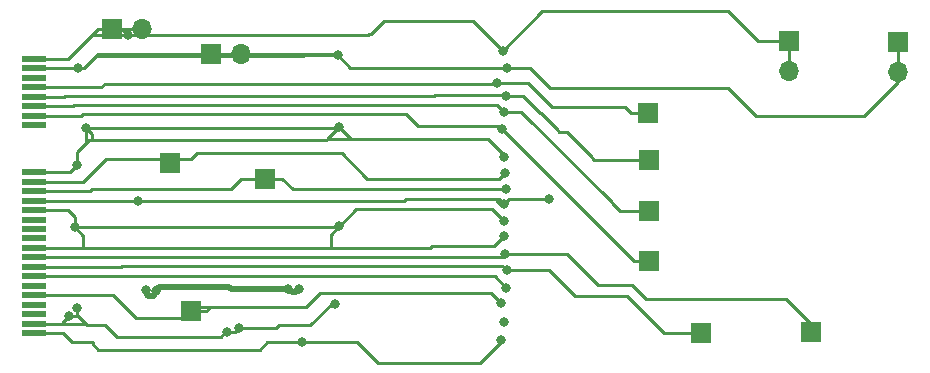
<source format=gbr>
%TF.GenerationSoftware,KiCad,Pcbnew,(6.0.2)*%
%TF.CreationDate,2022-07-28T16:32:46-07:00*%
%TF.ProjectId,mpcie1extv01,6d706369-6531-4657-9874-7630312e6b69,v01*%
%TF.SameCoordinates,Original*%
%TF.FileFunction,Copper,L2,Bot*%
%TF.FilePolarity,Positive*%
%FSLAX46Y46*%
G04 Gerber Fmt 4.6, Leading zero omitted, Abs format (unit mm)*
G04 Created by KiCad (PCBNEW (6.0.2)) date 2022-07-28 16:32:46*
%MOMM*%
%LPD*%
G01*
G04 APERTURE LIST*
%TA.AperFunction,SMDPad,CuDef*%
%ADD10R,2.000000X0.600000*%
%TD*%
%TA.AperFunction,ComponentPad*%
%ADD11O,1.700000X1.700000*%
%TD*%
%TA.AperFunction,ComponentPad*%
%ADD12R,1.700000X1.700000*%
%TD*%
%TA.AperFunction,ViaPad*%
%ADD13C,0.800000*%
%TD*%
%TA.AperFunction,Conductor*%
%ADD14C,0.250000*%
%TD*%
%TA.AperFunction,Conductor*%
%ADD15C,0.500000*%
%TD*%
G04 APERTURE END LIST*
D10*
%TO.P,U1,52,+3.3Vaux*%
%TO.N,/VCC_4G*%
X66535750Y-171900000D03*
%TO.P,U1,50,GND*%
%TO.N,GND*%
X66535750Y-171100000D03*
%TO.P,U1,48,+1.5V*%
%TO.N,unconnected-(U1-Pad48)*%
X66535750Y-170300000D03*
%TO.P,U1,46,~{LED_WPAN}*%
%TO.N,unconnected-(U1-Pad46)*%
X66535750Y-169500000D03*
%TO.P,U1,44,~{LED_WLAN}*%
%TO.N,/SIM_DET*%
X66535750Y-168700000D03*
%TO.P,U1,42,~{LED_WWAN}*%
%TO.N,unconnected-(U1-Pad42)*%
X66535750Y-167900000D03*
%TO.P,U1,40,GND*%
%TO.N,GND*%
X66535750Y-167100000D03*
%TO.P,U1,38,USB_D+*%
%TO.N,/USB_DP_4G*%
X66535750Y-166300000D03*
%TO.P,U1,36,USB_D-*%
%TO.N,/USB_DM_4G*%
X66535750Y-165500000D03*
%TO.P,U1,34,GND*%
%TO.N,GND*%
X66535750Y-164700000D03*
%TO.P,U1,32,SMB_DATA*%
%TO.N,unconnected-(U1-Pad32)*%
X66535750Y-163900000D03*
%TO.P,U1,30,SMB_CLK*%
%TO.N,unconnected-(U1-Pad30)*%
X66535750Y-163100000D03*
%TO.P,U1,28,+1.5V*%
%TO.N,unconnected-(U1-Pad28)*%
X66535750Y-162300000D03*
%TO.P,U1,26,GND*%
%TO.N,GND*%
X66535750Y-161500000D03*
%TO.P,U1,24,+3.3Vaux*%
%TO.N,/VCC_4G*%
X66535750Y-160700000D03*
%TO.P,U1,22,~{PERST}*%
%TO.N,/4G_RST*%
X66535750Y-159900000D03*
%TO.P,U1,20,~{W_DISABLE}*%
%TO.N,/4G_DISABLE*%
X66535750Y-159100000D03*
%TO.P,U1,18,GND*%
%TO.N,GND*%
X66535750Y-158300000D03*
%TO.P,U1,16,UIM_VPP*%
%TO.N,unconnected-(U1-Pad16)*%
X66535750Y-154300000D03*
%TO.P,U1,14,UIM_RESET*%
%TO.N,/SIM_RST*%
X66535750Y-153500000D03*
%TO.P,U1,12,UIM_CLK*%
%TO.N,/SIM_CLK*%
X66535750Y-152700000D03*
%TO.P,U1,10,UIM_DATA*%
%TO.N,/SIM_SIO*%
X66535750Y-151900000D03*
%TO.P,U1,8,UIM_PWR*%
%TO.N,/SIM_VCC*%
X66535750Y-151100000D03*
%TO.P,U1,6,+1.5V*%
%TO.N,unconnected-(U1-Pad6)*%
X66535750Y-150300000D03*
%TO.P,U1,4,GND*%
%TO.N,GND*%
X66535750Y-149500000D03*
%TO.P,U1,2,+3.3Vaux*%
%TO.N,/VCC_4G*%
X66535750Y-148700000D03*
%TD*%
D11*
%TO.P,J4,2,Pin_2*%
%TO.N,GND*%
X84042250Y-148309000D03*
D12*
%TO.P,J4,1,Pin_1*%
X81502250Y-148309000D03*
%TD*%
D11*
%TO.P,J15,2,Pin_2*%
%TO.N,GND*%
X139677250Y-149834000D03*
D12*
%TO.P,J15,1,Pin_1*%
X139677250Y-147294000D03*
%TD*%
D11*
%TO.P,J14,2,Pin_2*%
%TO.N,/VCC_4G*%
X130437250Y-149684000D03*
D12*
%TO.P,J14,1,Pin_1*%
X130437250Y-147144000D03*
%TD*%
%TO.P,J13,1,Pin_1*%
%TO.N,/SIM_VCC*%
X118547250Y-153299000D03*
%TD*%
%TO.P,J12,1,Pin_1*%
%TO.N,/SIM_SIO*%
X118607250Y-157249000D03*
%TD*%
%TO.P,J11,1,Pin_1*%
%TO.N,/SIM_CLK*%
X118607250Y-161549000D03*
%TD*%
%TO.P,J10,1,Pin_1*%
%TO.N,/SIM_RST*%
X118607250Y-165799000D03*
%TD*%
%TO.P,J9,1,Pin_1*%
%TO.N,/4G_DISABLE*%
X78047250Y-157509000D03*
%TD*%
%TO.P,J8,1,Pin_1*%
%TO.N,/4G_RST*%
X86107250Y-158899000D03*
%TD*%
%TO.P,J7,1,Pin_1*%
%TO.N,/USB_DM_4G*%
X132337250Y-171859000D03*
%TD*%
%TO.P,J6,1,Pin_1*%
%TO.N,/USB_DP_4G*%
X123027250Y-171919000D03*
%TD*%
%TO.P,J5,1,Pin_1*%
%TO.N,/SIM_DET*%
X79850000Y-170050000D03*
%TD*%
D11*
%TO.P,J3,2,Pin_2*%
%TO.N,/VCC_4G*%
X75722250Y-146164000D03*
D12*
%TO.P,J3,1,Pin_1*%
X73182250Y-146164000D03*
%TD*%
D13*
%TO.N,GND*%
X69478125Y-170428125D03*
X82850000Y-171850000D03*
X83900000Y-171500000D03*
%TO.N,/VCC_4G*%
X88011250Y-168188750D03*
X76000000Y-168300000D03*
X76899503Y-168350000D03*
X89011250Y-168188750D03*
%TO.N,GND*%
X70278250Y-149500000D03*
%TO.N,/VCC_4G*%
X75337250Y-160739000D03*
X74491250Y-146665000D03*
X89230250Y-172634000D03*
%TO.N,GND*%
X70147250Y-169759000D03*
X92051250Y-169433000D03*
X70145250Y-157714000D03*
X70018250Y-162921000D03*
X92387250Y-162855000D03*
X92260250Y-148377000D03*
X92387250Y-154473000D03*
X70907250Y-154539000D03*
%TO.N,/SIM_DET*%
X106107250Y-169369000D03*
%TO.N,/USB_DP_4G*%
X106557250Y-166589000D03*
%TO.N,/USB_DM_4G*%
X106427250Y-165199000D03*
%TO.N,/4G_RST*%
X106484250Y-159680000D03*
%TO.N,/4G_DISABLE*%
X106427250Y-158389000D03*
%TO.N,/SIM_RST*%
X106167250Y-154649000D03*
%TO.N,/SIM_CLK*%
X106317250Y-153149000D03*
%TO.N,/SIM_SIO*%
X106484250Y-151806000D03*
%TO.N,/SIM_VCC*%
X105767250Y-150709000D03*
%TO.N,/VCC_4G*%
X110167250Y-160569000D03*
X106103250Y-172507000D03*
X106347250Y-161009000D03*
X106230250Y-147996000D03*
%TO.N,GND*%
X106357250Y-170983000D03*
X106507250Y-168059000D03*
X106347250Y-163679000D03*
X106317250Y-162449000D03*
X106297250Y-156999000D03*
X106570250Y-149434000D03*
%TD*%
D14*
%TO.N,GND*%
X71017250Y-171229000D02*
X70857250Y-171069000D01*
X72529000Y-171229000D02*
X71017250Y-171229000D01*
X73550000Y-172250000D02*
X72529000Y-171229000D01*
X82350000Y-172250000D02*
X73550000Y-172250000D01*
X82850000Y-171850000D02*
X82750000Y-171850000D01*
X82750000Y-171850000D02*
X82350000Y-172250000D01*
%TO.N,/VCC_4G*%
X68964250Y-171900000D02*
X66535750Y-171900000D01*
X69764250Y-172700000D02*
X68964250Y-171900000D01*
X71500000Y-172700000D02*
X69764250Y-172700000D01*
X71500000Y-172850000D02*
X71500000Y-172700000D01*
X71950000Y-173300000D02*
X71500000Y-172850000D01*
X85650000Y-173300000D02*
X71950000Y-173300000D01*
X86250000Y-172700000D02*
X85650000Y-173300000D01*
X89164250Y-172700000D02*
X86250000Y-172700000D01*
X89230250Y-172634000D02*
X89164250Y-172700000D01*
%TO.N,GND*%
X69478125Y-170428125D02*
X70216375Y-170428125D01*
X70216375Y-170428125D02*
X70269125Y-170480875D01*
X70269125Y-170480875D02*
X70147250Y-170359000D01*
X70857250Y-171069000D02*
X70269125Y-170480875D01*
%TO.N,/SIM_DET*%
X81491000Y-169659000D02*
X81100000Y-170050000D01*
X81491000Y-169659000D02*
X80941000Y-169659000D01*
X81100000Y-170050000D02*
X79850000Y-170050000D01*
X89567250Y-169659000D02*
X81491000Y-169659000D01*
X79250000Y-170650000D02*
X79850000Y-170050000D01*
X75150000Y-170650000D02*
X79250000Y-170650000D01*
X73200000Y-168700000D02*
X75150000Y-170650000D01*
X73150000Y-168700000D02*
X73200000Y-168700000D01*
X73150000Y-168700000D02*
X66535750Y-168700000D01*
%TO.N,GND*%
X91650000Y-163600000D02*
X91650000Y-164700000D01*
X91650000Y-164700000D02*
X70700000Y-164700000D01*
X100058250Y-164700000D02*
X91650000Y-164700000D01*
X92387250Y-162862750D02*
X91650000Y-163600000D01*
X92387250Y-162855000D02*
X92387250Y-162862750D01*
X70700000Y-163650000D02*
X70700000Y-164700000D01*
X70018250Y-162921000D02*
X70018250Y-162968250D01*
X70018250Y-162968250D02*
X70700000Y-163650000D01*
X70700000Y-164700000D02*
X66535750Y-164700000D01*
X91743250Y-169433000D02*
X92051250Y-169433000D01*
X89947250Y-171229000D02*
X91743250Y-169433000D01*
X87271000Y-171229000D02*
X89947250Y-171229000D01*
X83900000Y-171500000D02*
X87000000Y-171500000D01*
X87000000Y-171500000D02*
X87271000Y-171229000D01*
X83550000Y-171850000D02*
X82850000Y-171850000D01*
X83900000Y-171500000D02*
X83550000Y-171850000D01*
D15*
%TO.N,/VCC_4G*%
X76200000Y-168750000D02*
X76700000Y-168750000D01*
X76000000Y-168550000D02*
X76200000Y-168750000D01*
X76000000Y-168300000D02*
X76000000Y-168550000D01*
X88400000Y-168450000D02*
X88750000Y-168450000D01*
X88750000Y-168450000D02*
X89011250Y-168188750D01*
X88138750Y-168188750D02*
X88400000Y-168450000D01*
X88011250Y-168188750D02*
X88138750Y-168188750D01*
X88011250Y-168188750D02*
X83238750Y-168188750D01*
X77100000Y-168000000D02*
X77050000Y-168050000D01*
X77050000Y-168050000D02*
X76899503Y-168200497D01*
X78200000Y-168000000D02*
X77100000Y-168000000D01*
X76899503Y-168200497D02*
X76899503Y-168350000D01*
X83050000Y-168000000D02*
X78200000Y-168000000D01*
X83238750Y-168188750D02*
X83200000Y-168150000D01*
X83200000Y-168150000D02*
X83050000Y-168000000D01*
D14*
%TO.N,/SIM_DET*%
X80941000Y-169659000D02*
X80241000Y-169659000D01*
X79459000Y-169659000D02*
X79850000Y-170050000D01*
%TO.N,/VCC_4G*%
X74491250Y-146665000D02*
X75221250Y-146665000D01*
X75221250Y-146665000D02*
X75722250Y-146164000D01*
%TO.N,/4G_DISABLE*%
X106427250Y-158389000D02*
X106164750Y-158389000D01*
%TO.N,/VCC_4G*%
X73182250Y-146164000D02*
X73990250Y-146164000D01*
X73990250Y-146164000D02*
X74491250Y-146665000D01*
X71916250Y-146164000D02*
X71415250Y-146665000D01*
X73182250Y-146164000D02*
X71916250Y-146164000D01*
X75722250Y-146164000D02*
X73182250Y-146164000D01*
X76223250Y-146665000D02*
X75722250Y-146164000D01*
X77413250Y-146665000D02*
X94811250Y-146665000D01*
X74491250Y-146665000D02*
X77413250Y-146665000D01*
X77413250Y-146665000D02*
X76223250Y-146665000D01*
%TO.N,/SIM_VCC*%
X105687250Y-150789000D02*
X105767250Y-150709000D01*
X72527250Y-150789000D02*
X105687250Y-150789000D01*
X72216250Y-151100000D02*
X72527250Y-150789000D01*
X66535750Y-151100000D02*
X72216250Y-151100000D01*
%TO.N,GND*%
X70739250Y-149500000D02*
X66535750Y-149500000D01*
X71796250Y-148443000D02*
X70739250Y-149500000D01*
X71930250Y-148309000D02*
X71796250Y-148443000D01*
X81502250Y-148309000D02*
X71930250Y-148309000D01*
X84042250Y-148309000D02*
X81502250Y-148309000D01*
X92192250Y-148309000D02*
X84042250Y-148309000D01*
X92260250Y-148377000D02*
X92192250Y-148309000D01*
%TO.N,/SIM_DET*%
X90717250Y-168509000D02*
X89567250Y-169659000D01*
X105247250Y-168509000D02*
X90717250Y-168509000D01*
X106107250Y-169369000D02*
X105247250Y-168509000D01*
%TO.N,/4G_RST*%
X84067272Y-158899000D02*
X86107250Y-158899000D01*
X83217261Y-159749011D02*
X84067272Y-158899000D01*
X83217261Y-159749011D02*
X71412239Y-159749011D01*
X88427239Y-159749011D02*
X87577228Y-158899000D01*
X87577228Y-158899000D02*
X86107250Y-158899000D01*
X99177239Y-159749011D02*
X88427239Y-159749011D01*
%TO.N,/4G_DISABLE*%
X77737250Y-157199000D02*
X78047250Y-157509000D01*
X76907250Y-157199000D02*
X77737250Y-157199000D01*
X76907250Y-157199000D02*
X79017250Y-157199000D01*
X72627250Y-157199000D02*
X76907250Y-157199000D01*
X78357250Y-157199000D02*
X78047250Y-157509000D01*
X79017250Y-157199000D02*
X78357250Y-157199000D01*
X79017250Y-157199000D02*
X79817250Y-157199000D01*
%TO.N,/4G_RST*%
X71261250Y-159900000D02*
X66535750Y-159900000D01*
X71412239Y-159749011D02*
X71261250Y-159900000D01*
X106484250Y-159680000D02*
X106475250Y-159689000D01*
X106475250Y-159689000D02*
X99237250Y-159689000D01*
X99237250Y-159689000D02*
X99177239Y-159749011D01*
%TO.N,/4G_DISABLE*%
X105937250Y-158879000D02*
X106427250Y-158389000D01*
X94737250Y-158879000D02*
X105937250Y-158879000D01*
X94677250Y-158819000D02*
X94737250Y-158879000D01*
X92577250Y-156669000D02*
X94677250Y-158769000D01*
X79817250Y-157199000D02*
X80347250Y-156669000D01*
X70726250Y-159100000D02*
X72627250Y-157199000D01*
X94677250Y-158769000D02*
X94677250Y-158819000D01*
X66535750Y-159100000D02*
X70726250Y-159100000D01*
X80347250Y-156669000D02*
X92577250Y-156669000D01*
%TO.N,/USB_DM_4G*%
X114297250Y-167839000D02*
X111657250Y-165199000D01*
X117187250Y-167839000D02*
X114297250Y-167839000D01*
X118357250Y-169009000D02*
X117187250Y-167839000D01*
X111657250Y-165199000D02*
X106427250Y-165199000D01*
X130207250Y-169009000D02*
X118357250Y-169009000D01*
X132337250Y-171139000D02*
X130207250Y-169009000D01*
X132337250Y-171859000D02*
X132337250Y-171139000D01*
%TO.N,/USB_DP_4G*%
X119857250Y-171919000D02*
X116717250Y-168779000D01*
X112347250Y-168779000D02*
X110157250Y-166589000D01*
X110157250Y-166589000D02*
X106557250Y-166589000D01*
X123027250Y-171919000D02*
X119857250Y-171919000D01*
X116717250Y-168779000D02*
X112347250Y-168779000D01*
%TO.N,/SIM_SIO*%
X110867250Y-154769000D02*
X110952250Y-154854000D01*
X111702250Y-154854000D02*
X113807250Y-156959000D01*
X110867250Y-154719000D02*
X110867250Y-154769000D01*
X110952250Y-154854000D02*
X111702250Y-154854000D01*
X109427250Y-153279000D02*
X110867250Y-154719000D01*
X109407250Y-153279000D02*
X109427250Y-153279000D01*
X107934250Y-151806000D02*
X109407250Y-153279000D01*
X106484250Y-151806000D02*
X107934250Y-151806000D01*
%TO.N,/SIM_VCC*%
X110407250Y-152779000D02*
X116557250Y-152779000D01*
X108337250Y-150709000D02*
X110407250Y-152779000D01*
X117077250Y-153299000D02*
X118547250Y-153299000D01*
X105767250Y-150709000D02*
X108337250Y-150709000D01*
X116557250Y-152779000D02*
X117077250Y-153299000D01*
%TO.N,/SIM_SIO*%
X113807250Y-157069000D02*
X113987250Y-157249000D01*
X113987250Y-157249000D02*
X118607250Y-157249000D01*
X113807250Y-156959000D02*
X113807250Y-157069000D01*
%TO.N,/SIM_CLK*%
X116167250Y-161549000D02*
X118607250Y-161549000D01*
X115487250Y-160869000D02*
X116167250Y-161549000D01*
X115487250Y-160839000D02*
X115487250Y-160869000D01*
X106317250Y-153149000D02*
X107797250Y-153149000D01*
X107797250Y-153149000D02*
X115487250Y-160839000D01*
%TO.N,/SIM_RST*%
X117317250Y-165799000D02*
X118607250Y-165799000D01*
X106167250Y-154649000D02*
X117317250Y-165799000D01*
%TO.N,/VCC_4G*%
X130437250Y-147144000D02*
X130437250Y-149684000D01*
X127832250Y-147144000D02*
X130437250Y-147144000D01*
X125297250Y-144609000D02*
X127832250Y-147144000D01*
X125257250Y-144649000D02*
X125297250Y-144609000D01*
X109577250Y-144649000D02*
X125257250Y-144649000D01*
X106230250Y-147996000D02*
X109577250Y-144649000D01*
%TO.N,GND*%
X139677250Y-147294000D02*
X139677250Y-149834000D01*
X139677250Y-150689000D02*
X139677250Y-149834000D01*
X136807250Y-153559000D02*
X139677250Y-150689000D01*
X127647250Y-153559000D02*
X136807250Y-153559000D01*
X125257250Y-151169000D02*
X127647250Y-153559000D01*
X110257250Y-151169000D02*
X125257250Y-151169000D01*
X108522250Y-149434000D02*
X110257250Y-151169000D01*
X106570250Y-149434000D02*
X108522250Y-149434000D01*
%TO.N,/SIM_CLK*%
X69891250Y-152634000D02*
X69825250Y-152700000D01*
X69825250Y-152700000D02*
X66535750Y-152700000D01*
X105736250Y-152568000D02*
X101458250Y-152568000D01*
X106317250Y-153149000D02*
X105736250Y-152568000D01*
X101458250Y-152568000D02*
X101392250Y-152634000D01*
X101392250Y-152634000D02*
X69891250Y-152634000D01*
%TO.N,/SIM_RST*%
X95891250Y-153379000D02*
X95874250Y-153396000D01*
X98037250Y-153379000D02*
X95891250Y-153379000D01*
X99027250Y-154369000D02*
X98037250Y-153379000D01*
X105987250Y-154649000D02*
X105707250Y-154369000D01*
X106167250Y-154649000D02*
X105987250Y-154649000D01*
X105707250Y-154369000D02*
X99027250Y-154369000D01*
%TO.N,GND*%
X70826250Y-171100000D02*
X70857250Y-171069000D01*
X68868250Y-171100000D02*
X70826250Y-171100000D01*
X70147250Y-170359000D02*
X70147250Y-169759000D01*
X68868250Y-171038000D02*
X69478125Y-170428125D01*
X68868250Y-171100000D02*
X66535750Y-171100000D01*
X68868250Y-171100000D02*
X68868250Y-171038000D01*
X70018250Y-162921000D02*
X92321250Y-162921000D01*
X92321250Y-162921000D02*
X92387250Y-162855000D01*
X100087250Y-164729000D02*
X100058250Y-164700000D01*
X100280250Y-164506000D02*
X100267250Y-164519000D01*
X105520250Y-164506000D02*
X100280250Y-164506000D01*
X100267250Y-164549000D02*
X100087250Y-164729000D01*
X106347250Y-163679000D02*
X105520250Y-164506000D01*
X100267250Y-164519000D02*
X100267250Y-164549000D01*
%TO.N,/USB_DM_4G*%
X74043250Y-165500000D02*
X66535750Y-165500000D01*
X74082250Y-165461000D02*
X74043250Y-165500000D01*
X106165250Y-165461000D02*
X74082250Y-165461000D01*
X106427250Y-165199000D02*
X106165250Y-165461000D01*
%TO.N,/USB_DP_4G*%
X73878250Y-166300000D02*
X66535750Y-166300000D01*
X106191250Y-166223000D02*
X73955250Y-166223000D01*
X106557250Y-166589000D02*
X106191250Y-166223000D01*
X73955250Y-166223000D02*
X73878250Y-166300000D01*
%TO.N,GND*%
X105548250Y-167100000D02*
X66535750Y-167100000D01*
X106507250Y-168059000D02*
X105548250Y-167100000D01*
X106297250Y-156826000D02*
X104960250Y-155489000D01*
X106297250Y-156999000D02*
X106297250Y-156826000D01*
X104960250Y-155489000D02*
X93784250Y-155489000D01*
%TO.N,/VCC_4G*%
X106032250Y-161009000D02*
X105657250Y-160634000D01*
X106347250Y-161009000D02*
X106032250Y-161009000D01*
X98017250Y-160579000D02*
X97896250Y-160700000D01*
X97896250Y-160700000D02*
X66535750Y-160700000D01*
X105917250Y-160579000D02*
X98017250Y-160579000D01*
X106347250Y-161009000D02*
X105917250Y-160579000D01*
X106347250Y-161009000D02*
X106787250Y-160569000D01*
X106787250Y-160569000D02*
X110167250Y-160569000D01*
%TO.N,GND*%
X93840250Y-161434000D02*
X92419250Y-162855000D01*
X105302250Y-161434000D02*
X93840250Y-161434000D01*
X92419250Y-162855000D02*
X92387250Y-162855000D01*
X106317250Y-162449000D02*
X105302250Y-161434000D01*
%TO.N,/SIM_RST*%
X95874250Y-153396000D02*
X70653250Y-153396000D01*
X96180250Y-153396000D02*
X95874250Y-153396000D01*
%TO.N,/SIM_SIO*%
X100497250Y-151779000D02*
X106457250Y-151779000D01*
X106457250Y-151779000D02*
X106484250Y-151806000D01*
X100404250Y-151872000D02*
X100497250Y-151779000D01*
X69129250Y-151872000D02*
X100404250Y-151872000D01*
X69101250Y-151900000D02*
X69129250Y-151872000D01*
X66535750Y-151900000D02*
X69101250Y-151900000D01*
%TO.N,GND*%
X71415250Y-155555000D02*
X91305250Y-155555000D01*
X91305250Y-155555000D02*
X91371250Y-155489000D01*
X92321250Y-154539000D02*
X92387250Y-154473000D01*
X70907250Y-154539000D02*
X92321250Y-154539000D01*
X89399250Y-148377000D02*
X92260250Y-148377000D01*
X89333250Y-148443000D02*
X89399250Y-148377000D01*
X71796250Y-148443000D02*
X89333250Y-148443000D01*
%TO.N,/VCC_4G*%
X96197250Y-145456000D02*
X103690250Y-145456000D01*
X94877250Y-146599000D02*
X95054250Y-146599000D01*
X95054250Y-146599000D02*
X96197250Y-145456000D01*
X103690250Y-145456000D02*
X106230250Y-147996000D01*
X94811250Y-146665000D02*
X94877250Y-146599000D01*
%TO.N,GND*%
X93317250Y-149434000D02*
X106570250Y-149434000D01*
X93317250Y-149434000D02*
X92260250Y-148377000D01*
X93784250Y-155489000D02*
X91371250Y-155489000D01*
X69428250Y-161500000D02*
X70018250Y-162090000D01*
X70018250Y-162090000D02*
X70018250Y-162921000D01*
X66535750Y-161500000D02*
X69428250Y-161500000D01*
%TO.N,/VCC_4G*%
X74491250Y-146665000D02*
X71415250Y-146665000D01*
%TO.N,GND*%
X93403250Y-155489000D02*
X93784250Y-155489000D01*
X92387250Y-154473000D02*
X93403250Y-155489000D01*
X92387250Y-154473000D02*
X91371250Y-155489000D01*
X71415250Y-155047000D02*
X71415250Y-155555000D01*
X70907250Y-154539000D02*
X71415250Y-155047000D01*
X71415250Y-155555000D02*
X71161250Y-155555000D01*
X70907250Y-154539000D02*
X70907250Y-155809000D01*
X70843750Y-155872500D02*
X70145250Y-156571000D01*
X70907250Y-155809000D02*
X70843750Y-155872500D01*
X71161250Y-155555000D02*
X70843750Y-155872500D01*
X69559250Y-158300000D02*
X66535750Y-158300000D01*
X70145250Y-157714000D02*
X69559250Y-158300000D01*
X70145250Y-156571000D02*
X70145250Y-157714000D01*
%TO.N,/SIM_RST*%
X70653250Y-153396000D02*
X70549250Y-153500000D01*
X70549250Y-153500000D02*
X66535750Y-153500000D01*
%TO.N,/VCC_4G*%
X69380250Y-148700000D02*
X66535750Y-148700000D01*
X71415250Y-146665000D02*
X69380250Y-148700000D01*
X93911250Y-172634000D02*
X89230250Y-172634000D01*
X95689250Y-174412000D02*
X93911250Y-172634000D01*
X104325250Y-174412000D02*
X95689250Y-174412000D01*
X106103250Y-172634000D02*
X104325250Y-174412000D01*
X106103250Y-172507000D02*
X106103250Y-172634000D01*
%TO.N,GND*%
X106357250Y-170983000D02*
X106306250Y-171034000D01*
%TD*%
M02*

</source>
